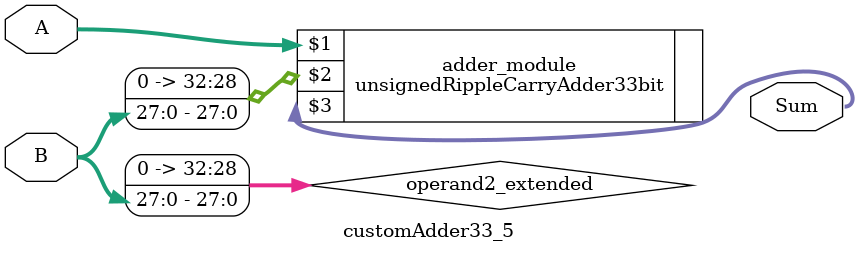
<source format=v>
module customAdder33_5(
                        input [32 : 0] A,
                        input [27 : 0] B,
                        
                        output [33 : 0] Sum
                );

        wire [32 : 0] operand2_extended;
        
        assign operand2_extended =  {5'b0, B};
        
        unsignedRippleCarryAdder33bit adder_module(
            A,
            operand2_extended,
            Sum
        );
        
        endmodule
        
</source>
